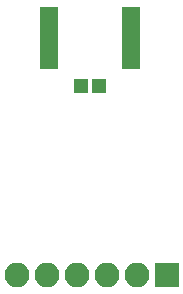
<source format=gbs>
G04 #@! TF.FileFunction,Soldermask,Bot*
%FSLAX46Y46*%
G04 Gerber Fmt 4.6, Leading zero omitted, Abs format (unit mm)*
G04 Created by KiCad (PCBNEW 4.0.7) date Sat Jun  9 20:24:17 2018*
%MOMM*%
%LPD*%
G01*
G04 APERTURE LIST*
%ADD10C,0.100000*%
%ADD11R,1.200000X1.150000*%
%ADD12R,1.600000X0.800000*%
%ADD13R,2.100000X2.100000*%
%ADD14O,2.100000X2.100000*%
G04 APERTURE END LIST*
D10*
D11*
X58250000Y-48000000D03*
X56750000Y-48000000D03*
D12*
X54050000Y-46275000D03*
X54050000Y-45625000D03*
X54050000Y-44975000D03*
X54050000Y-44325000D03*
X54050000Y-43675000D03*
X54050000Y-43025000D03*
X54050000Y-42375000D03*
X54050000Y-41725000D03*
X60950000Y-41725000D03*
X60950000Y-42375000D03*
X60950000Y-43025000D03*
X60950000Y-43675000D03*
X60950000Y-44325000D03*
X60950000Y-44975000D03*
X60950000Y-45625000D03*
X60950000Y-46275000D03*
D13*
X64000000Y-64000000D03*
D14*
X61460000Y-64000000D03*
X58920000Y-64000000D03*
X56380000Y-64000000D03*
X53840000Y-64000000D03*
X51300000Y-64000000D03*
M02*

</source>
